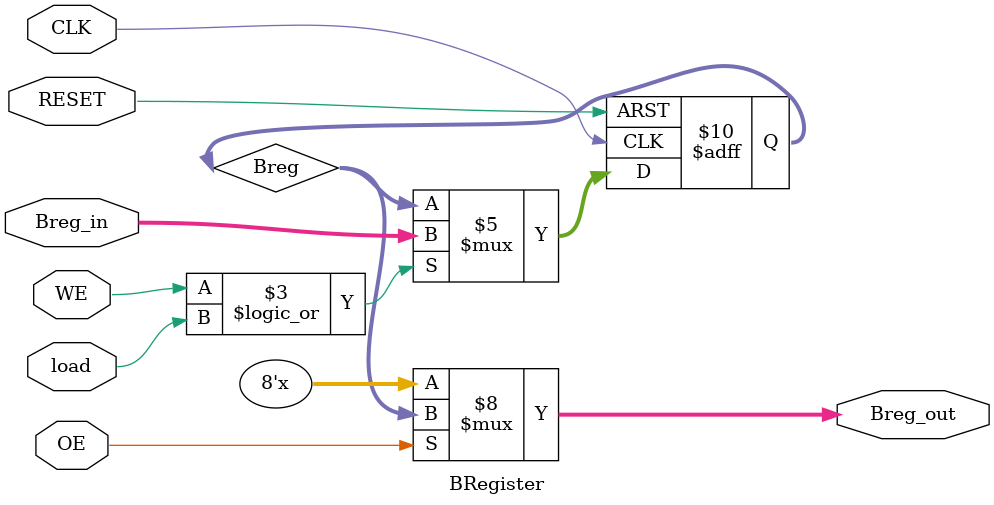
<source format=v>
module BRegister	(output reg [7:0]Breg_out,
						 input wire [7:0]Breg_in,
						 input wire OE,WE,load,
						 input wire CLK,RESET);
		
		reg [7:0]Breg;
		
		always @(OE or Breg) begin
				if (OE) begin
					Breg_out = Breg;				// write to bus
				end
		end
		
		always @(posedge CLK or posedge RESET) begin
				if (RESET) begin
					Breg = 8'b00000000;
				end					
				else if (WE || load) begin
					Breg = Breg_in;					// read from bus or loading
				end
		end

endmodule
</source>
